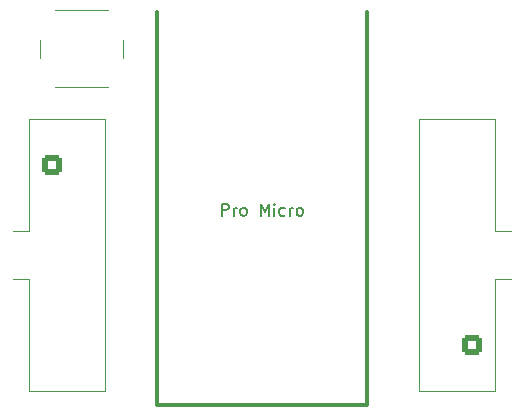
<source format=gto>
%TF.GenerationSoftware,KiCad,Pcbnew,(6.0.10-0)*%
%TF.CreationDate,2023-01-12T22:41:03+08:00*%
%TF.ProjectId,Control,436f6e74-726f-46c2-9e6b-696361645f70,V3.2.2*%
%TF.SameCoordinates,PX7df6180PY32de760*%
%TF.FileFunction,Legend,Top*%
%TF.FilePolarity,Positive*%
%FSLAX46Y46*%
G04 Gerber Fmt 4.6, Leading zero omitted, Abs format (unit mm)*
G04 Created by KiCad (PCBNEW (6.0.10-0)) date 2023-01-12 22:41:03*
%MOMM*%
%LPD*%
G01*
G04 APERTURE LIST*
G04 Aperture macros list*
%AMRoundRect*
0 Rectangle with rounded corners*
0 $1 Rounding radius*
0 $2 $3 $4 $5 $6 $7 $8 $9 X,Y pos of 4 corners*
0 Add a 4 corners polygon primitive as box body*
4,1,4,$2,$3,$4,$5,$6,$7,$8,$9,$2,$3,0*
0 Add four circle primitives for the rounded corners*
1,1,$1+$1,$2,$3*
1,1,$1+$1,$4,$5*
1,1,$1+$1,$6,$7*
1,1,$1+$1,$8,$9*
0 Add four rect primitives between the rounded corners*
20,1,$1+$1,$2,$3,$4,$5,0*
20,1,$1+$1,$4,$5,$6,$7,0*
20,1,$1+$1,$6,$7,$8,$9,0*
20,1,$1+$1,$8,$9,$2,$3,0*%
G04 Aperture macros list end*
%ADD10C,0.200000*%
%ADD11C,0.300000*%
%ADD12C,0.120000*%
%ADD13C,0.010000*%
%ADD14RoundRect,0.250000X-0.600000X-0.600000X0.600000X-0.600000X0.600000X0.600000X-0.600000X0.600000X0*%
%ADD15C,1.700000*%
%ADD16RoundRect,0.250000X0.600000X0.600000X-0.600000X0.600000X-0.600000X-0.600000X0.600000X-0.600000X0*%
%ADD17C,2.000000*%
G04 APERTURE END LIST*
D10*
%TO.C,U1*%
X4215238Y-13152380D02*
X4215238Y-12152380D01*
X4596190Y-12152380D01*
X4691428Y-12200000D01*
X4739047Y-12247619D01*
X4786666Y-12342857D01*
X4786666Y-12485714D01*
X4739047Y-12580952D01*
X4691428Y-12628571D01*
X4596190Y-12676190D01*
X4215238Y-12676190D01*
X5215238Y-13152380D02*
X5215238Y-12485714D01*
X5215238Y-12676190D02*
X5262857Y-12580952D01*
X5310476Y-12533333D01*
X5405714Y-12485714D01*
X5500952Y-12485714D01*
X5977142Y-13152380D02*
X5881904Y-13104761D01*
X5834285Y-13057142D01*
X5786666Y-12961904D01*
X5786666Y-12676190D01*
X5834285Y-12580952D01*
X5881904Y-12533333D01*
X5977142Y-12485714D01*
X6120000Y-12485714D01*
X6215238Y-12533333D01*
X6262857Y-12580952D01*
X6310476Y-12676190D01*
X6310476Y-12961904D01*
X6262857Y-13057142D01*
X6215238Y-13104761D01*
X6120000Y-13152380D01*
X5977142Y-13152380D01*
X7500952Y-13152380D02*
X7500952Y-12152380D01*
X7834285Y-12866666D01*
X8167619Y-12152380D01*
X8167619Y-13152380D01*
X8643809Y-13152380D02*
X8643809Y-12485714D01*
X8643809Y-12152380D02*
X8596190Y-12200000D01*
X8643809Y-12247619D01*
X8691428Y-12200000D01*
X8643809Y-12152380D01*
X8643809Y-12247619D01*
X9548571Y-13104761D02*
X9453333Y-13152380D01*
X9262857Y-13152380D01*
X9167619Y-13104761D01*
X9120000Y-13057142D01*
X9072380Y-12961904D01*
X9072380Y-12676190D01*
X9120000Y-12580952D01*
X9167619Y-12533333D01*
X9262857Y-12485714D01*
X9453333Y-12485714D01*
X9548571Y-12533333D01*
X9977142Y-13152380D02*
X9977142Y-12485714D01*
X9977142Y-12676190D02*
X10024761Y-12580952D01*
X10072380Y-12533333D01*
X10167619Y-12485714D01*
X10262857Y-12485714D01*
X10739047Y-13152380D02*
X10643809Y-13104761D01*
X10596190Y-13057142D01*
X10548571Y-12961904D01*
X10548571Y-12676190D01*
X10596190Y-12580952D01*
X10643809Y-12533333D01*
X10739047Y-12485714D01*
X10881904Y-12485714D01*
X10977142Y-12533333D01*
X11024761Y-12580952D01*
X11072380Y-12676190D01*
X11072380Y-12961904D01*
X11024761Y-13057142D01*
X10977142Y-13104761D01*
X10881904Y-13152380D01*
X10739047Y-13152380D01*
D11*
X-1270000Y-29210000D02*
X-1270000Y4050000D01*
X16510000Y-29210000D02*
X-1270000Y-29210000D01*
X16510000Y4050000D02*
X16510000Y-29210000D01*
D12*
%TO.C,J1*%
X-12140000Y-14460000D02*
X-12140000Y-4980000D01*
X-12140000Y-18560000D02*
X-12140000Y-18560000D01*
X-12140000Y-4980000D02*
X-5640000Y-4980000D01*
X-12140000Y-28040000D02*
X-12140000Y-18560000D01*
X-12140000Y-18560000D02*
X-13450000Y-18560000D01*
X-5640000Y-28040000D02*
X-12140000Y-28040000D01*
X-13450000Y-14460000D02*
X-12140000Y-14460000D01*
X-5640000Y-4980000D02*
X-5640000Y-28040000D01*
%TO.C,J2*%
X20880000Y-4980000D02*
X27380000Y-4980000D01*
X20880000Y-28040000D02*
X20880000Y-4980000D01*
X27380000Y-14460000D02*
X28690000Y-14460000D01*
X27380000Y-4980000D02*
X27380000Y-14460000D01*
X28690000Y-18560000D02*
X27380000Y-18560000D01*
X27380000Y-14460000D02*
X27380000Y-14460000D01*
X27380000Y-28040000D02*
X20880000Y-28040000D01*
X27380000Y-18560000D02*
X27380000Y-28040000D01*
%TO.C,SW1*%
X-9945000Y-2270000D02*
X-5445000Y-2270000D01*
X-4195000Y230000D02*
X-4195000Y1730000D01*
X-11195000Y1730000D02*
X-11195000Y230000D01*
X-5445000Y4230000D02*
X-9945000Y4230000D01*
%TD*%
%LPC*%
%TO.C,Logo1*%
G36*
X23415814Y3801069D02*
G01*
X23499635Y3356445D01*
X23808920Y3228947D01*
X24118206Y3101449D01*
X24489246Y3353754D01*
X24593157Y3424004D01*
X24687087Y3486728D01*
X24766652Y3539062D01*
X24827470Y3578143D01*
X24865157Y3601107D01*
X24875421Y3606058D01*
X24893910Y3593324D01*
X24933420Y3558118D01*
X24989522Y3504938D01*
X25057787Y3438282D01*
X25133786Y3362646D01*
X25213092Y3282528D01*
X25291275Y3202426D01*
X25363907Y3126836D01*
X25426559Y3060255D01*
X25474803Y3007182D01*
X25504210Y2972113D01*
X25511241Y2960377D01*
X25501123Y2938740D01*
X25472759Y2891338D01*
X25429129Y2822807D01*
X25373218Y2737785D01*
X25308006Y2640907D01*
X25270219Y2585650D01*
X25201343Y2484752D01*
X25140140Y2393701D01*
X25089578Y2317030D01*
X25052628Y2259272D01*
X25032258Y2224957D01*
X25029197Y2217746D01*
X25036136Y2197252D01*
X25055051Y2149487D01*
X25083087Y2081168D01*
X25117391Y1999011D01*
X25155109Y1909730D01*
X25193387Y1820042D01*
X25229370Y1736662D01*
X25260206Y1666306D01*
X25283039Y1615690D01*
X25295017Y1591529D01*
X25295724Y1590578D01*
X25314531Y1585964D01*
X25364618Y1575672D01*
X25440793Y1560713D01*
X25537865Y1542099D01*
X25650643Y1520841D01*
X25716442Y1508582D01*
X25836950Y1485638D01*
X25945797Y1463805D01*
X26037476Y1444278D01*
X26106481Y1428252D01*
X26147304Y1416921D01*
X26155511Y1413326D01*
X26163548Y1388994D01*
X26170033Y1334041D01*
X26174970Y1254892D01*
X26178364Y1157974D01*
X26180218Y1049713D01*
X26180538Y936535D01*
X26179327Y824865D01*
X26176590Y721132D01*
X26172331Y631759D01*
X26166555Y563174D01*
X26159267Y521803D01*
X26154895Y513190D01*
X26128764Y502867D01*
X26073393Y488108D01*
X25996107Y470648D01*
X25904230Y452220D01*
X25872158Y446259D01*
X25717524Y417934D01*
X25595375Y395124D01*
X25501673Y376920D01*
X25432384Y362417D01*
X25383471Y350708D01*
X25350897Y340885D01*
X25330628Y332044D01*
X25318626Y323276D01*
X25316947Y321543D01*
X25300184Y293629D01*
X25274614Y239305D01*
X25242788Y165223D01*
X25207260Y78035D01*
X25170583Y-15608D01*
X25135311Y-109052D01*
X25103996Y-195647D01*
X25079193Y-268740D01*
X25063454Y-321678D01*
X25059332Y-347811D01*
X25059676Y-348726D01*
X25073641Y-370086D01*
X25105322Y-417084D01*
X25151391Y-484827D01*
X25208518Y-568423D01*
X25273373Y-662982D01*
X25291843Y-689854D01*
X25357699Y-787275D01*
X25415650Y-876163D01*
X25462538Y-951412D01*
X25495207Y-1007920D01*
X25510500Y-1040581D01*
X25511241Y-1044593D01*
X25498392Y-1065684D01*
X25462888Y-1107464D01*
X25409293Y-1165445D01*
X25342171Y-1235135D01*
X25266087Y-1312045D01*
X25185604Y-1391683D01*
X25105287Y-1469561D01*
X25029699Y-1541186D01*
X24963405Y-1602070D01*
X24910969Y-1647721D01*
X24876955Y-1673650D01*
X24867545Y-1677883D01*
X24845643Y-1667912D01*
X24800800Y-1641020D01*
X24740321Y-1601736D01*
X24693789Y-1570117D01*
X24609475Y-1512098D01*
X24509626Y-1443784D01*
X24409473Y-1375579D01*
X24355627Y-1339075D01*
X24173371Y-1215800D01*
X24020381Y-1298520D01*
X23950682Y-1334759D01*
X23891414Y-1362926D01*
X23851311Y-1378991D01*
X23841103Y-1381226D01*
X23828829Y-1364722D01*
X23804613Y-1318082D01*
X23770263Y-1245609D01*
X23727588Y-1151606D01*
X23678394Y-1040374D01*
X23624490Y-916215D01*
X23567684Y-783432D01*
X23509782Y-646327D01*
X23452593Y-509202D01*
X23397924Y-376358D01*
X23347584Y-252098D01*
X23303380Y-140725D01*
X23267119Y-46539D01*
X23240609Y26156D01*
X23225658Y73059D01*
X23223254Y89167D01*
X23242311Y109714D01*
X23284036Y143067D01*
X23339706Y182298D01*
X23344378Y185401D01*
X23488264Y300577D01*
X23604283Y434947D01*
X23691430Y584216D01*
X23748699Y744087D01*
X23775086Y910263D01*
X23769585Y1078448D01*
X23731190Y1244345D01*
X23658895Y1403658D01*
X23637626Y1438513D01*
X23526996Y1579263D01*
X23396302Y1692286D01*
X23250064Y1776997D01*
X23092808Y1832806D01*
X22929057Y1859126D01*
X22763333Y1855370D01*
X22600162Y1820950D01*
X22444065Y1755277D01*
X22299567Y1657765D01*
X22254869Y1618187D01*
X22141112Y1494297D01*
X22058218Y1363876D01*
X22001356Y1217685D01*
X21969687Y1072912D01*
X21961869Y910140D01*
X21987938Y746560D01*
X22045245Y587702D01*
X22131144Y439094D01*
X22242986Y306265D01*
X22378123Y194744D01*
X22395883Y182989D01*
X22452150Y144492D01*
X22494923Y111137D01*
X22515372Y89840D01*
X22515669Y89167D01*
X22511279Y66129D01*
X22493876Y13843D01*
X22465268Y-63390D01*
X22427265Y-161268D01*
X22381674Y-275491D01*
X22330303Y-401758D01*
X22274962Y-535767D01*
X22217458Y-673218D01*
X22159601Y-809808D01*
X22103198Y-941237D01*
X22050058Y-1063205D01*
X22001990Y-1171409D01*
X21960801Y-1261549D01*
X21928301Y-1329323D01*
X21906297Y-1370430D01*
X21897436Y-1381226D01*
X21870360Y-1372819D01*
X21819697Y-1350272D01*
X21754183Y-1317613D01*
X21718159Y-1298520D01*
X21565168Y-1215800D01*
X21382912Y-1339075D01*
X21289875Y-1402228D01*
X21188015Y-1471727D01*
X21092562Y-1537165D01*
X21044750Y-1570117D01*
X20977505Y-1615273D01*
X20920564Y-1651057D01*
X20881354Y-1672938D01*
X20868619Y-1677563D01*
X20850083Y-1665085D01*
X20809059Y-1630252D01*
X20749525Y-1576678D01*
X20675458Y-1507983D01*
X20590835Y-1427781D01*
X20537315Y-1376286D01*
X20443681Y-1284286D01*
X20362759Y-1201999D01*
X20297823Y-1132945D01*
X20252142Y-1080644D01*
X20228989Y-1048616D01*
X20226768Y-1042116D01*
X20237076Y-1017394D01*
X20265561Y-967405D01*
X20309063Y-897212D01*
X20364423Y-811875D01*
X20428480Y-716456D01*
X20446697Y-689854D01*
X20513073Y-593167D01*
X20572622Y-506117D01*
X20622016Y-433595D01*
X20657925Y-380493D01*
X20677019Y-351703D01*
X20678864Y-348726D01*
X20676105Y-325782D01*
X20661462Y-275336D01*
X20637487Y-204041D01*
X20606734Y-118547D01*
X20571756Y-25507D01*
X20535107Y68426D01*
X20499339Y156601D01*
X20467006Y232366D01*
X20440662Y289069D01*
X20422858Y320057D01*
X20421593Y321543D01*
X20410706Y330399D01*
X20392318Y339157D01*
X20362394Y348723D01*
X20316897Y360004D01*
X20251791Y373907D01*
X20163039Y391337D01*
X20046607Y413202D01*
X19898458Y440409D01*
X19866382Y446259D01*
X19771314Y464626D01*
X19688435Y482595D01*
X19625070Y498431D01*
X19588542Y510400D01*
X19583644Y513190D01*
X19575573Y537928D01*
X19569013Y593210D01*
X19563967Y672611D01*
X19560441Y769704D01*
X19558439Y878062D01*
X19557964Y991260D01*
X19559023Y1102872D01*
X19561618Y1206471D01*
X19565754Y1295632D01*
X19571437Y1363928D01*
X19578669Y1404934D01*
X19583029Y1413326D01*
X19607302Y1421792D01*
X19662574Y1435565D01*
X19743338Y1453450D01*
X19844088Y1474252D01*
X19959317Y1496777D01*
X20022098Y1508582D01*
X20141213Y1530849D01*
X20247435Y1551021D01*
X20335573Y1568085D01*
X20400434Y1581031D01*
X20436826Y1588845D01*
X20442816Y1590578D01*
X20452939Y1610110D01*
X20474338Y1657157D01*
X20504161Y1724997D01*
X20539555Y1806909D01*
X20577668Y1896172D01*
X20615647Y1986065D01*
X20650640Y2069865D01*
X20679794Y2140853D01*
X20700257Y2192306D01*
X20709177Y2217503D01*
X20709343Y2218604D01*
X20699231Y2238481D01*
X20670883Y2284223D01*
X20627277Y2351283D01*
X20571394Y2435116D01*
X20506213Y2531174D01*
X20468321Y2586350D01*
X20399275Y2687519D01*
X20337950Y2779370D01*
X20287337Y2857256D01*
X20250429Y2916531D01*
X20230218Y2952549D01*
X20227299Y2960623D01*
X20239847Y2979416D01*
X20274537Y3019543D01*
X20326937Y3076507D01*
X20392616Y3145815D01*
X20467144Y3222969D01*
X20546087Y3303475D01*
X20625017Y3382837D01*
X20699500Y3456560D01*
X20765106Y3520148D01*
X20817404Y3569106D01*
X20851961Y3598939D01*
X20863522Y3606058D01*
X20882346Y3596047D01*
X20927369Y3567922D01*
X20994213Y3524546D01*
X21078501Y3468782D01*
X21175856Y3403494D01*
X21249293Y3353754D01*
X21620333Y3101449D01*
X22238905Y3356445D01*
X22322725Y3801069D01*
X22406546Y4245693D01*
X23331994Y4245693D01*
X23415814Y3801069D01*
G37*
D13*
X23415814Y3801069D02*
X23499635Y3356445D01*
X23808920Y3228947D01*
X24118206Y3101449D01*
X24489246Y3353754D01*
X24593157Y3424004D01*
X24687087Y3486728D01*
X24766652Y3539062D01*
X24827470Y3578143D01*
X24865157Y3601107D01*
X24875421Y3606058D01*
X24893910Y3593324D01*
X24933420Y3558118D01*
X24989522Y3504938D01*
X25057787Y3438282D01*
X25133786Y3362646D01*
X25213092Y3282528D01*
X25291275Y3202426D01*
X25363907Y3126836D01*
X25426559Y3060255D01*
X25474803Y3007182D01*
X25504210Y2972113D01*
X25511241Y2960377D01*
X25501123Y2938740D01*
X25472759Y2891338D01*
X25429129Y2822807D01*
X25373218Y2737785D01*
X25308006Y2640907D01*
X25270219Y2585650D01*
X25201343Y2484752D01*
X25140140Y2393701D01*
X25089578Y2317030D01*
X25052628Y2259272D01*
X25032258Y2224957D01*
X25029197Y2217746D01*
X25036136Y2197252D01*
X25055051Y2149487D01*
X25083087Y2081168D01*
X25117391Y1999011D01*
X25155109Y1909730D01*
X25193387Y1820042D01*
X25229370Y1736662D01*
X25260206Y1666306D01*
X25283039Y1615690D01*
X25295017Y1591529D01*
X25295724Y1590578D01*
X25314531Y1585964D01*
X25364618Y1575672D01*
X25440793Y1560713D01*
X25537865Y1542099D01*
X25650643Y1520841D01*
X25716442Y1508582D01*
X25836950Y1485638D01*
X25945797Y1463805D01*
X26037476Y1444278D01*
X26106481Y1428252D01*
X26147304Y1416921D01*
X26155511Y1413326D01*
X26163548Y1388994D01*
X26170033Y1334041D01*
X26174970Y1254892D01*
X26178364Y1157974D01*
X26180218Y1049713D01*
X26180538Y936535D01*
X26179327Y824865D01*
X26176590Y721132D01*
X26172331Y631759D01*
X26166555Y563174D01*
X26159267Y521803D01*
X26154895Y513190D01*
X26128764Y502867D01*
X26073393Y488108D01*
X25996107Y470648D01*
X25904230Y452220D01*
X25872158Y446259D01*
X25717524Y417934D01*
X25595375Y395124D01*
X25501673Y376920D01*
X25432384Y362417D01*
X25383471Y350708D01*
X25350897Y340885D01*
X25330628Y332044D01*
X25318626Y323276D01*
X25316947Y321543D01*
X25300184Y293629D01*
X25274614Y239305D01*
X25242788Y165223D01*
X25207260Y78035D01*
X25170583Y-15608D01*
X25135311Y-109052D01*
X25103996Y-195647D01*
X25079193Y-268740D01*
X25063454Y-321678D01*
X25059332Y-347811D01*
X25059676Y-348726D01*
X25073641Y-370086D01*
X25105322Y-417084D01*
X25151391Y-484827D01*
X25208518Y-568423D01*
X25273373Y-662982D01*
X25291843Y-689854D01*
X25357699Y-787275D01*
X25415650Y-876163D01*
X25462538Y-951412D01*
X25495207Y-1007920D01*
X25510500Y-1040581D01*
X25511241Y-1044593D01*
X25498392Y-1065684D01*
X25462888Y-1107464D01*
X25409293Y-1165445D01*
X25342171Y-1235135D01*
X25266087Y-1312045D01*
X25185604Y-1391683D01*
X25105287Y-1469561D01*
X25029699Y-1541186D01*
X24963405Y-1602070D01*
X24910969Y-1647721D01*
X24876955Y-1673650D01*
X24867545Y-1677883D01*
X24845643Y-1667912D01*
X24800800Y-1641020D01*
X24740321Y-1601736D01*
X24693789Y-1570117D01*
X24609475Y-1512098D01*
X24509626Y-1443784D01*
X24409473Y-1375579D01*
X24355627Y-1339075D01*
X24173371Y-1215800D01*
X24020381Y-1298520D01*
X23950682Y-1334759D01*
X23891414Y-1362926D01*
X23851311Y-1378991D01*
X23841103Y-1381226D01*
X23828829Y-1364722D01*
X23804613Y-1318082D01*
X23770263Y-1245609D01*
X23727588Y-1151606D01*
X23678394Y-1040374D01*
X23624490Y-916215D01*
X23567684Y-783432D01*
X23509782Y-646327D01*
X23452593Y-509202D01*
X23397924Y-376358D01*
X23347584Y-252098D01*
X23303380Y-140725D01*
X23267119Y-46539D01*
X23240609Y26156D01*
X23225658Y73059D01*
X23223254Y89167D01*
X23242311Y109714D01*
X23284036Y143067D01*
X23339706Y182298D01*
X23344378Y185401D01*
X23488264Y300577D01*
X23604283Y434947D01*
X23691430Y584216D01*
X23748699Y744087D01*
X23775086Y910263D01*
X23769585Y1078448D01*
X23731190Y1244345D01*
X23658895Y1403658D01*
X23637626Y1438513D01*
X23526996Y1579263D01*
X23396302Y1692286D01*
X23250064Y1776997D01*
X23092808Y1832806D01*
X22929057Y1859126D01*
X22763333Y1855370D01*
X22600162Y1820950D01*
X22444065Y1755277D01*
X22299567Y1657765D01*
X22254869Y1618187D01*
X22141112Y1494297D01*
X22058218Y1363876D01*
X22001356Y1217685D01*
X21969687Y1072912D01*
X21961869Y910140D01*
X21987938Y746560D01*
X22045245Y587702D01*
X22131144Y439094D01*
X22242986Y306265D01*
X22378123Y194744D01*
X22395883Y182989D01*
X22452150Y144492D01*
X22494923Y111137D01*
X22515372Y89840D01*
X22515669Y89167D01*
X22511279Y66129D01*
X22493876Y13843D01*
X22465268Y-63390D01*
X22427265Y-161268D01*
X22381674Y-275491D01*
X22330303Y-401758D01*
X22274962Y-535767D01*
X22217458Y-673218D01*
X22159601Y-809808D01*
X22103198Y-941237D01*
X22050058Y-1063205D01*
X22001990Y-1171409D01*
X21960801Y-1261549D01*
X21928301Y-1329323D01*
X21906297Y-1370430D01*
X21897436Y-1381226D01*
X21870360Y-1372819D01*
X21819697Y-1350272D01*
X21754183Y-1317613D01*
X21718159Y-1298520D01*
X21565168Y-1215800D01*
X21382912Y-1339075D01*
X21289875Y-1402228D01*
X21188015Y-1471727D01*
X21092562Y-1537165D01*
X21044750Y-1570117D01*
X20977505Y-1615273D01*
X20920564Y-1651057D01*
X20881354Y-1672938D01*
X20868619Y-1677563D01*
X20850083Y-1665085D01*
X20809059Y-1630252D01*
X20749525Y-1576678D01*
X20675458Y-1507983D01*
X20590835Y-1427781D01*
X20537315Y-1376286D01*
X20443681Y-1284286D01*
X20362759Y-1201999D01*
X20297823Y-1132945D01*
X20252142Y-1080644D01*
X20228989Y-1048616D01*
X20226768Y-1042116D01*
X20237076Y-1017394D01*
X20265561Y-967405D01*
X20309063Y-897212D01*
X20364423Y-811875D01*
X20428480Y-716456D01*
X20446697Y-689854D01*
X20513073Y-593167D01*
X20572622Y-506117D01*
X20622016Y-433595D01*
X20657925Y-380493D01*
X20677019Y-351703D01*
X20678864Y-348726D01*
X20676105Y-325782D01*
X20661462Y-275336D01*
X20637487Y-204041D01*
X20606734Y-118547D01*
X20571756Y-25507D01*
X20535107Y68426D01*
X20499339Y156601D01*
X20467006Y232366D01*
X20440662Y289069D01*
X20422858Y320057D01*
X20421593Y321543D01*
X20410706Y330399D01*
X20392318Y339157D01*
X20362394Y348723D01*
X20316897Y360004D01*
X20251791Y373907D01*
X20163039Y391337D01*
X20046607Y413202D01*
X19898458Y440409D01*
X19866382Y446259D01*
X19771314Y464626D01*
X19688435Y482595D01*
X19625070Y498431D01*
X19588542Y510400D01*
X19583644Y513190D01*
X19575573Y537928D01*
X19569013Y593210D01*
X19563967Y672611D01*
X19560441Y769704D01*
X19558439Y878062D01*
X19557964Y991260D01*
X19559023Y1102872D01*
X19561618Y1206471D01*
X19565754Y1295632D01*
X19571437Y1363928D01*
X19578669Y1404934D01*
X19583029Y1413326D01*
X19607302Y1421792D01*
X19662574Y1435565D01*
X19743338Y1453450D01*
X19844088Y1474252D01*
X19959317Y1496777D01*
X20022098Y1508582D01*
X20141213Y1530849D01*
X20247435Y1551021D01*
X20335573Y1568085D01*
X20400434Y1581031D01*
X20436826Y1588845D01*
X20442816Y1590578D01*
X20452939Y1610110D01*
X20474338Y1657157D01*
X20504161Y1724997D01*
X20539555Y1806909D01*
X20577668Y1896172D01*
X20615647Y1986065D01*
X20650640Y2069865D01*
X20679794Y2140853D01*
X20700257Y2192306D01*
X20709177Y2217503D01*
X20709343Y2218604D01*
X20699231Y2238481D01*
X20670883Y2284223D01*
X20627277Y2351283D01*
X20571394Y2435116D01*
X20506213Y2531174D01*
X20468321Y2586350D01*
X20399275Y2687519D01*
X20337950Y2779370D01*
X20287337Y2857256D01*
X20250429Y2916531D01*
X20230218Y2952549D01*
X20227299Y2960623D01*
X20239847Y2979416D01*
X20274537Y3019543D01*
X20326937Y3076507D01*
X20392616Y3145815D01*
X20467144Y3222969D01*
X20546087Y3303475D01*
X20625017Y3382837D01*
X20699500Y3456560D01*
X20765106Y3520148D01*
X20817404Y3569106D01*
X20851961Y3598939D01*
X20863522Y3606058D01*
X20882346Y3596047D01*
X20927369Y3567922D01*
X20994213Y3524546D01*
X21078501Y3468782D01*
X21175856Y3403494D01*
X21249293Y3353754D01*
X21620333Y3101449D01*
X22238905Y3356445D01*
X22322725Y3801069D01*
X22406546Y4245693D01*
X23331994Y4245693D01*
X23415814Y3801069D01*
%TD*%
D14*
%TO.C,J1*%
X-10160000Y-8890000D03*
D15*
X-7620000Y-8890000D03*
X-10160000Y-11430000D03*
X-7620000Y-11430000D03*
X-10160000Y-13970000D03*
X-7620000Y-13970000D03*
X-10160000Y-16510000D03*
X-7620000Y-16510000D03*
X-10160000Y-19050000D03*
X-7620000Y-19050000D03*
X-10160000Y-21590000D03*
X-7620000Y-21590000D03*
X-10160000Y-24130000D03*
X-7620000Y-24130000D03*
%TD*%
D16*
%TO.C,J2*%
X25400000Y-24130000D03*
D15*
X22860000Y-24130000D03*
X25400000Y-21590000D03*
X22860000Y-21590000D03*
X25400000Y-19050000D03*
X22860000Y-19050000D03*
X25400000Y-16510000D03*
X22860000Y-16510000D03*
X25400000Y-13970000D03*
X22860000Y-13970000D03*
X25400000Y-11430000D03*
X22860000Y-11430000D03*
X25400000Y-8890000D03*
X22860000Y-8890000D03*
%TD*%
D17*
%TO.C,SW1*%
X-10945000Y3230000D03*
X-10945000Y-1270000D03*
X-4445000Y3230000D03*
X-4445000Y-1270000D03*
%TD*%
M02*

</source>
